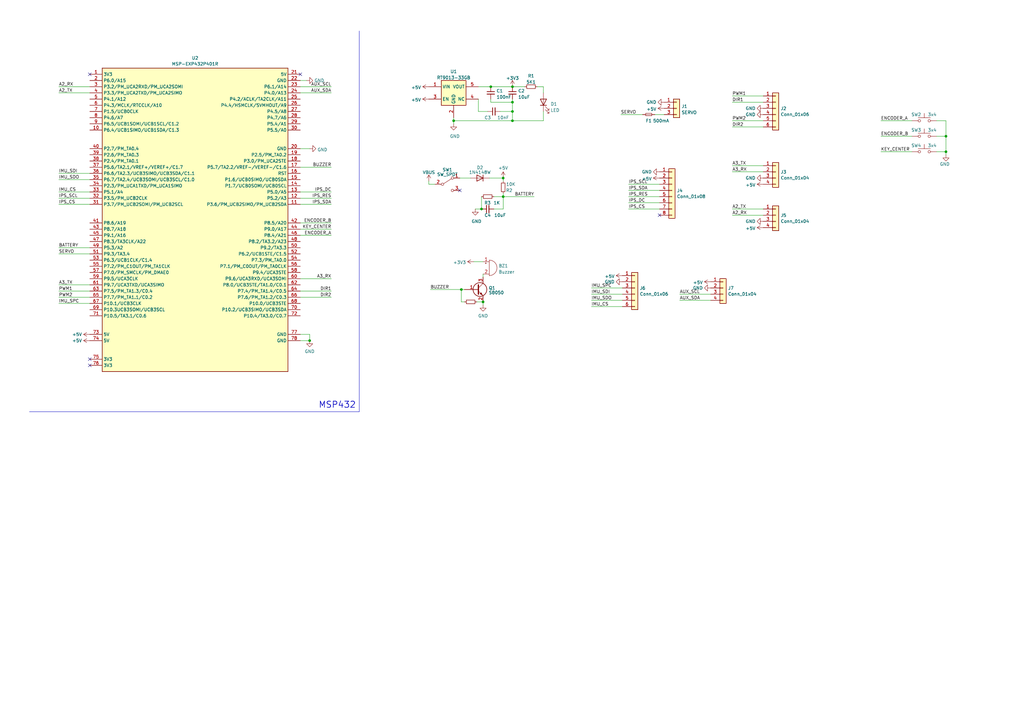
<source format=kicad_sch>
(kicad_sch (version 20230121) (generator eeschema)
  (paper "A3")
  (lib_symbols
    (symbol "Connector_Generic:Conn_01x03" (pin_names (offset 1.016) hide)
      (property "Reference" "J" (at 0 5.08 0))
      (property "Value" "Conn_01x03" (at 0 -5.08 0))
      (symbol "Conn_01x03_1_1"
        (rectangle (start -1.27 -2.413) (end 0 -2.667) (stroke (width 0.1524)))
        (rectangle (start -1.27 0.127) (end 0 -0.127) (stroke (width 0.1524)))
        (rectangle (start -1.27 2.667) (end 0 2.413) (stroke (width 0.1524)))
        (rectangle (start -1.27 3.81) (end 1.27 -3.81) (stroke (width 0.254)) (fill (type background)))
        (pin passive line (at -5.08 2.54 0) (length 3.81) (name "Pin_1") (number "1"))
        (pin passive line (at -5.08 0 0) (length 3.81) (name "Pin_2") (number "2"))
        (pin passive line (at -5.08 -2.54 0) (length 3.81) (name "Pin_3") (number "3"))
      )
    )
    (symbol "Connector_Generic:Conn_01x04" (pin_names (offset 1.016) hide)
      (property "Reference" "J" (at 0 5.08 0))
      (property "Value" "Conn_01x04" (at 0 -7.62 0))
      (symbol "Conn_01x04_1_1"
        (rectangle (start -1.27 -4.953) (end 0 -5.207) (stroke (width 0.1524)))
        (rectangle (start -1.27 -2.413) (end 0 -2.667) (stroke (width 0.1524)))
        (rectangle (start -1.27 0.127) (end 0 -0.127) (stroke (width 0.1524)))
        (rectangle (start -1.27 2.667) (end 0 2.413) (stroke (width 0.1524)))
        (rectangle (start -1.27 3.81) (end 1.27 -6.35) (stroke (width 0.254)) (fill (type background)))
        (pin passive line (at -5.08 2.54 0) (length 3.81) (name "Pin_1") (number "1"))
        (pin passive line (at -5.08 0 0) (length 3.81) (name "Pin_2") (number "2"))
        (pin passive line (at -5.08 -2.54 0) (length 3.81) (name "Pin_3") (number "3"))
        (pin passive line (at -5.08 -5.08 0) (length 3.81) (name "Pin_4") (number "4"))
      )
    )
    (symbol "Connector_Generic:Conn_01x06" (pin_names (offset 1.016) hide)
      (property "Reference" "J" (at 0 7.62 0))
      (property "Value" "Conn_01x06" (at 0 -10.16 0))
      (symbol "Conn_01x06_1_1"
        (rectangle (start -1.27 -7.493) (end 0 -7.747) (stroke (width 0.1524)))
        (rectangle (start -1.27 -4.953) (end 0 -5.207) (stroke (width 0.1524)))
        (rectangle (start -1.27 -2.413) (end 0 -2.667) (stroke (width 0.1524)))
        (rectangle (start -1.27 0.127) (end 0 -0.127) (stroke (width 0.1524)))
        (rectangle (start -1.27 2.667) (end 0 2.413) (stroke (width 0.1524)))
        (rectangle (start -1.27 5.207) (end 0 4.953) (stroke (width 0.1524)))
        (rectangle (start -1.27 6.35) (end 1.27 -8.89) (stroke (width 0.254)) (fill (type background)))
        (pin passive line (at -5.08 5.08 0) (length 3.81) (name "Pin_1") (number "1"))
        (pin passive line (at -5.08 2.54 0) (length 3.81) (name "Pin_2") (number "2"))
        (pin passive line (at -5.08 0 0) (length 3.81) (name "Pin_3") (number "3"))
        (pin passive line (at -5.08 -2.54 0) (length 3.81) (name "Pin_4") (number "4"))
        (pin passive line (at -5.08 -5.08 0) (length 3.81) (name "Pin_5") (number "5"))
        (pin passive line (at -5.08 -7.62 0) (length 3.81) (name "Pin_6") (number "6"))
      )
    )
    (symbol "Connector_Generic:Conn_01x08" (pin_names (offset 1.016) hide)
      (property "Reference" "J" (at 0 10.16 0))
      (property "Value" "Conn_01x08" (at 0 -12.7 0))
      (symbol "Conn_01x08_1_1"
        (rectangle (start -1.27 -10.033) (end 0 -10.287) (stroke (width 0.1524)))
        (rectangle (start -1.27 -7.493) (end 0 -7.747) (stroke (width 0.1524)))
        (rectangle (start -1.27 -4.953) (end 0 -5.207) (stroke (width 0.1524)))
        (rectangle (start -1.27 -2.413) (end 0 -2.667) (stroke (width 0.1524)))
        (rectangle (start -1.27 0.127) (end 0 -0.127) (stroke (width 0.1524)))
        (rectangle (start -1.27 2.667) (end 0 2.413) (stroke (width 0.1524)))
        (rectangle (start -1.27 5.207) (end 0 4.953) (stroke (width 0.1524)))
        (rectangle (start -1.27 7.747) (end 0 7.493) (stroke (width 0.1524)))
        (rectangle (start -1.27 8.89) (end 1.27 -11.43) (stroke (width 0.254)) (fill (type background)))
        (pin passive line (at -5.08 7.62 0) (length 3.81) (name "Pin_1") (number "1"))
        (pin passive line (at -5.08 5.08 0) (length 3.81) (name "Pin_2") (number "2"))
        (pin passive line (at -5.08 2.54 0) (length 3.81) (name "Pin_3") (number "3"))
        (pin passive line (at -5.08 0 0) (length 3.81) (name "Pin_4") (number "4"))
        (pin passive line (at -5.08 -2.54 0) (length 3.81) (name "Pin_5") (number "5"))
        (pin passive line (at -5.08 -5.08 0) (length 3.81) (name "Pin_6") (number "6"))
        (pin passive line (at -5.08 -7.62 0) (length 3.81) (name "Pin_7") (number "7"))
        (pin passive line (at -5.08 -10.16 0) (length 3.81) (name "Pin_8") (number "8"))
      )
    )
    (symbol "Device:Buzzer" (pin_names (offset 0.0254) hide)
      (property "Reference" "BZ" (at 3.81 1.27 0))
      (property "Value" "Buzzer" (at 3.81 -1.27 0))
      (symbol "Buzzer_0_1"
        (arc (start 0 -3.175) (mid 3.1612 0) (end 0 3.175))
        (polyline (pts (xy -1.651 1.905) (xy -1.143 1.905)))
        (polyline (pts (xy -1.397 2.159) (xy -1.397 1.651)))
        (polyline (pts (xy 0 3.175) (xy 0 -3.175)))
      )
      (symbol "Buzzer_1_1"
        (pin passive line (at -2.54 2.54 0) (length 2.54) (name "-") (number "1"))
        (pin passive line (at -2.54 -2.54 0) (length 2.54) (name "+") (number "2"))
      )
    )
    (symbol "Device:C_Small" (pin_numbers hide) (pin_names (offset 0.254) hide)
      (property "Reference" "C" (at 0.254 1.778 0))
      (property "Value" "C_Small" (at 0.254 -2.032 0))
      (symbol "C_Small_0_1"
        (polyline (pts (xy -1.524 -0.508) (xy 1.524 -0.508)) (stroke (width 0.3302)))
        (polyline (pts (xy -1.524 0.508) (xy 1.524 0.508)) (stroke (width 0.3048)))
      )
      (symbol "C_Small_1_1"
        (pin passive line (at 0 2.54 270) (length 2.032) (name "~") (number "1"))
        (pin passive line (at 0 -2.54 90) (length 2.032) (name "~") (number "2"))
      )
    )
    (symbol "Device:Fuse_Small" (pin_numbers hide) (pin_names (offset 0.254) hide)
      (property "Reference" "F" (at 0 -1.524 0))
      (property "Value" "Fuse_Small" (at 0 1.524 0))
      (symbol "Fuse_Small_0_1"
        (rectangle (start -1.27 0.508) (end 1.27 -0.508))
        (polyline (pts (xy -1.27 0) (xy 1.27 0)))
      )
      (symbol "Fuse_Small_1_1"
        (pin passive line (at -2.54 0 0) (length 1.27) (name "~") (number "1"))
        (pin passive line (at 2.54 0 180) (length 1.27) (name "~") (number "2"))
      )
    )
    (symbol "Device:LED" (pin_numbers hide) (pin_names (offset 1.016) hide)
      (property "Reference" "D" (at 0 2.54 0))
      (property "Value" "LED" (at 0 -2.54 0))
      (symbol "LED_0_1"
        (polyline (pts (xy -1.27 -1.27) (xy -1.27 1.27)) (stroke (width 0.254)))
        (polyline (pts (xy -1.27 0) (xy 1.27 0)))
        (polyline (pts (xy 1.27 -1.27) (xy 1.27 1.27) (xy -1.27 0) (xy 1.27 -1.27)) (stroke (width 0.254)))
        (polyline (pts (xy -3.048 -0.762) (xy -4.572 -2.286) (xy -3.81 -2.286) (xy -4.572 -2.286) (xy -4.572 -1.524)))
        (polyline (pts (xy -1.778 -0.762) (xy -3.302 -2.286) (xy -2.54 -2.286) (xy -3.302 -2.286) (xy -3.302 -1.524)))
      )
      (symbol "LED_1_1"
        (pin passive line (at -3.81 0 0) (length 2.54) (name "K") (number "1"))
        (pin passive line (at 3.81 0 180) (length 2.54) (name "A") (number "2"))
      )
    )
    (symbol "Device:R_Small" (pin_numbers hide) (pin_names (offset 0.254) hide)
      (property "Reference" "R" (at 0.762 0.508 0))
      (property "Value" "R_Small" (at 0.762 -1.016 0))
      (symbol "R_Small_0_1"
        (rectangle (start -0.762 1.778) (end 0.762 -1.778) (stroke (width 0.2032)))
      )
      (symbol "R_Small_1_1"
        (pin passive line (at 0 2.54 270) (length 0.762) (name "~") (number "1"))
        (pin passive line (at 0 -2.54 90) (length 0.762) (name "~") (number "2"))
      )
    )
    (symbol "Diode:1N4148W" (pin_numbers hide) (pin_names hide)
      (property "Reference" "D" (at 0 2.54 0))
      (property "Value" "1N4148W" (at 0 -2.54 0))
      (symbol "1N4148W_0_1"
        (polyline (pts (xy -1.27 1.27) (xy -1.27 -1.27)) (stroke (width 0.254)))
        (polyline (pts (xy 1.27 0) (xy -1.27 0)))
        (polyline (pts (xy 1.27 1.27) (xy 1.27 -1.27) (xy -1.27 0) (xy 1.27 1.27)) (stroke (width 0.254)))
      )
      (symbol "1N4148W_1_1"
        (pin passive line (at -3.81 0 0) (length 2.54) (name "K") (number "1"))
        (pin passive line (at 3.81 0 180) (length 2.54) (name "A") (number "2"))
      )
    )
    (symbol "ErBW_s:MSP-EXP432P401R"
      (property "Reference" "U" (at 0 0 0))
      (property "Value" "MSP-EXP432P401R" (at 0 0 0))
      (symbol "MSP-EXP432P401R_1_0"
        (rectangle (start -41.91 80.01) (end 34.29 -44.45) (stroke (width 0.254)) (fill (type background)))
        (pin power_in line (at -46.99 77.47 0) (length 5.08) (name "3V3") (number "1"))
        (pin bidirectional line (at -46.99 54.61 0) (length 5.08) (name "P6.4/UCB1SIMO/UCB1SDA/C1.3") (number "10"))
        (pin bidirectional line (at 39.37 24.13 180) (length 5.08) (name "P3.6/PM_UCB2SIMO/PM_UCB2SDA") (number "11"))
        (pin bidirectional line (at 39.37 26.67 180) (length 5.08) (name "P5.2/A3") (number "12"))
        (pin bidirectional line (at 39.37 29.21 180) (length 5.08) (name "P5.0/A5") (number "13"))
        (pin bidirectional line (at 39.37 31.75 180) (length 5.08) (name "P1.7/UCB0SOMI/UCB0SCL") (number "14"))
        (pin bidirectional line (at 39.37 34.29 180) (length 5.08) (name "P1.6/UCB0SIMO/UCB0SDA") (number "15"))
        (pin bidirectional line (at 39.37 36.83 180) (length 5.08) (name "RST") (number "16"))
        (pin bidirectional line (at 39.37 39.37 180) (length 5.08) (name "P5.7/TA2.2/VREF-/VEREF-/C1.6") (number "17"))
        (pin bidirectional line (at 39.37 41.91 180) (length 5.08) (name "P3.0/PM_UCA2STE") (number "18"))
        (pin bidirectional line (at 39.37 44.45 180) (length 5.08) (name "P2.5/PM_TA0.2") (number "19"))
        (pin bidirectional line (at -46.99 74.93 0) (length 5.08) (name "P6.0/A15") (number "2"))
        (pin power_in line (at 39.37 46.99 180) (length 5.08) (name "GND") (number "20"))
        (pin power_in line (at 39.37 77.47 180) (length 5.08) (name "5V") (number "21"))
        (pin power_in line (at 39.37 74.93 180) (length 5.08) (name "GND") (number "22"))
        (pin bidirectional line (at 39.37 72.39 180) (length 5.08) (name "P6.1/A14") (number "23"))
        (pin bidirectional line (at 39.37 69.85 180) (length 5.08) (name "P4.0/A13") (number "24"))
        (pin bidirectional line (at 39.37 67.31 180) (length 5.08) (name "P4.2/ACLK/TA2CLK/A11") (number "25"))
        (pin bidirectional line (at 39.37 64.77 180) (length 5.08) (name "P4.4/HSMCLK/SVMHOUT/A9") (number "26"))
        (pin bidirectional line (at 39.37 62.23 180) (length 5.08) (name "P4.5/A8") (number "27"))
        (pin bidirectional line (at 39.37 59.69 180) (length 5.08) (name "P4.7/A6") (number "28"))
        (pin bidirectional line (at 39.37 57.15 180) (length 5.08) (name "P5.4/A1") (number "29"))
        (pin bidirectional line (at -46.99 72.39 0) (length 5.08) (name "P3.2/PM_UCA2RXD/PM_UCA2SOMI") (number "3"))
        (pin bidirectional line (at 39.37 54.61 180) (length 5.08) (name "P5.5/A0") (number "30"))
        (pin bidirectional line (at -46.99 24.13 0) (length 5.08) (name "P3.7/PM_UCB2SOMI/PM_UCB2SCL") (number "31"))
        (pin bidirectional line (at -46.99 26.67 0) (length 5.08) (name "P3.5/PM_UCB2CLK") (number "32"))
        (pin bidirectional line (at -46.99 29.21 0) (length 5.08) (name "P5.1/A4") (number "33"))
        (pin bidirectional line (at -46.99 31.75 0) (length 5.08) (name "P2.3/PM_UCA1TXD/PM_UCA1SIMO") (number "34"))
        (pin bidirectional line (at -46.99 34.29 0) (length 5.08) (name "P6.7/TA2.4/UCB3SOMI/UCB3SCL/C1.0") (number "35"))
        (pin bidirectional line (at -46.99 36.83 0) (length 5.08) (name "P6.6/TA2.3/UCB3SIMO/UCB3SDA/C1.1") (number "36"))
        (pin bidirectional line (at -46.99 39.37 0) (length 5.08) (name "P5.6/TA2.1/VREF+/VEREF+/C1.7") (number "37"))
        (pin bidirectional line (at -46.99 41.91 0) (length 5.08) (name "P2.4/PM_TA0.1") (number "38"))
        (pin bidirectional line (at -46.99 44.45 0) (length 5.08) (name "P2.6/PM_TA0.3") (number "39"))
        (pin bidirectional line (at -46.99 69.85 0) (length 5.08) (name "P3.3/PM_UCA2TXD/PM_UCA2SIMO") (number "4"))
        (pin bidirectional line (at -46.99 46.99 0) (length 5.08) (name "P2.7/PM_TA0.4") (number "40"))
        (pin bidirectional line (at -46.99 16.51 0) (length 5.08) (name "P8.6/A19") (number "41"))
        (pin bidirectional line (at 39.37 16.51 180) (length 5.08) (name "P8.5/A20") (number "42"))
        (pin bidirectional line (at -46.99 13.97 0) (length 5.08) (name "P8.7/A18") (number "43"))
        (pin bidirectional line (at 39.37 13.97 180) (length 5.08) (name "P9.0/A17") (number "44"))
        (pin bidirectional line (at -46.99 11.43 0) (length 5.08) (name "P9.1/A16") (number "45"))
        (pin bidirectional line (at 39.37 11.43 180) (length 5.08) (name "P8.4/A21") (number "46"))
        (pin bidirectional line (at -46.99 8.89 0) (length 5.08) (name "P8.3/TA3CLK/A22") (number "47"))
        (pin bidirectional line (at 39.37 8.89 180) (length 5.08) (name "P8.2/TA3.2/A23") (number "48"))
        (pin bidirectional line (at -46.99 6.35 0) (length 5.08) (name "P5.3/A2") (number "49"))
        (pin bidirectional line (at -46.99 67.31 0) (length 5.08) (name "P4.1/A12") (number "5"))
        (pin bidirectional line (at 39.37 6.35 180) (length 5.08) (name "P9.2/TA3.3") (number "50"))
        (pin bidirectional line (at -46.99 3.81 0) (length 5.08) (name "P9.3/TA3.4") (number "51"))
        (pin bidirectional line (at 39.37 3.81 180) (length 5.08) (name "P6.2/UCB1STE/C1.5") (number "52"))
        (pin bidirectional line (at -46.99 1.27 0) (length 5.08) (name "P6.3/UCB1CLK/C1.4") (number "53"))
        (pin bidirectional line (at 39.37 1.27 180) (length 5.08) (name "P7.3/PM_TA0.0") (number "54"))
        (pin bidirectional line (at -46.99 -1.27 0) (length 5.08) (name "P7.2/PM_C1OUT/PM_TA1CLK") (number "55"))
        (pin bidirectional line (at 39.37 -1.27 180) (length 5.08) (name "P7.1/PM_C0OUT/PM_TA0CLK") (number "56"))
        (pin bidirectional line (at -46.99 -3.81 0) (length 5.08) (name "P7.0/PM_SMCLK/PM_DMAE0") (number "57"))
        (pin bidirectional line (at 39.37 -3.81 180) (length 5.08) (name "P9.4/UCA3STE") (number "58"))
        (pin bidirectional line (at -46.99 -6.35 0) (length 5.08) (name "P9.5/UCA3CLK") (number "59"))
        (pin bidirectional line (at -46.99 64.77 0) (length 5.08) (name "P4.3/MCLK/RTCCLK/A10") (number "6"))
        (pin bidirectional line (at 39.37 -6.35 180) (length 5.08) (name "P9.6/UCA3RXD/UCA3SOMI") (number "60"))
        (pin bidirectional line (at -46.99 -8.89 0) (length 5.08) (name "P9.7/UCA3TXD/UCA3SIMO") (number "61"))
        (pin bidirectional line (at 39.37 -8.89 180) (length 5.08) (name "P8.0/UCB3STE/TA1.0/C0.1") (number "62"))
        (pin bidirectional line (at -46.99 -11.43 0) (length 5.08) (name "P7.5/PM_TA1.3/C0.4") (number "63"))
        (pin bidirectional line (at 39.37 -11.43 180) (length 5.08) (name "P7.4/PM_TA1.4/C0.5") (number "64"))
        (pin bidirectional line (at -46.99 -13.97 0) (length 5.08) (name "P7.7/PM_TA1.1/C0.2") (number "65"))
        (pin bidirectional line (at 39.37 -13.97 180) (length 5.08) (name "P7.6/PM_TA1.2/C0.3") (number "66"))
        (pin bidirectional line (at -46.99 -16.51 0) (length 5.08) (name "P10.1/UCB3CLK") (number "67"))
        (pin bidirectional line (at 39.37 -16.51 180) (length 5.08) (name "P10.0/UCB3STE") (number "68"))
        (pin bidirectional line (at -46.99 -19.05 0) (length 5.08) (name "P10.3UCB3SOMI/UCB3SCL") (number "69"))
        (pin bidirectional line (at -46.99 62.23 0) (length 5.08) (name "P1.5/UCB0CLK") (number "7"))
        (pin bidirectional line (at 39.37 -19.05 180) (length 5.08) (name "P10.2/UCB3SIMO/UCB3SDA") (number "70"))
        (pin bidirectional line (at -46.99 -21.59 0) (length 5.08) (name "P10.5/TA3.1/C0.6") (number "71"))
        (pin bidirectional line (at 39.37 -21.59 180) (length 5.08) (name "P10.4/TA3.0/C0.7") (number "72"))
        (pin power_in line (at -46.99 -29.21 0) (length 5.08) (name "5V") (number "73"))
        (pin power_in line (at -46.99 -31.75 0) (length 5.08) (name "5V") (number "74"))
        (pin power_in line (at -46.99 -39.37 0) (length 5.08) (name "3V3") (number "75"))
        (pin power_in line (at -46.99 -41.91 0) (length 5.08) (name "3V3") (number "76"))
        (pin power_in line (at 39.37 -29.21 180) (length 5.08) (name "GND") (number "77"))
        (pin power_in line (at 39.37 -31.75 180) (length 5.08) (name "GND") (number "78"))
        (pin bidirectional line (at -46.99 59.69 0) (length 5.08) (name "P4.6/A7") (number "8"))
        (pin bidirectional line (at -46.99 57.15 0) (length 5.08) (name "P6.5/UCB1SOMI/UCB1SCL/C1.2") (number "9"))
      )
    )
    (symbol "ErBW_s:RT9013-33GB"
      (property "Reference" "U" (at 0 6.35 0))
      (property "Value" "RT9013-33GB" (at 7.62 -6.35 0))
      (symbol "RT9013-33GB_0_0"
        (pin power_in line (at -10.16 2.54 0) (length 5.08) (name "VIN") (number "1"))
        (pin power_in line (at 0 -10.16 90) (length 5.08) (name "GND") (number "2"))
        (pin bidirectional line (at -10.16 -2.54 0) (length 5.08) (name "EN") (number "3"))
        (pin bidirectional line (at 10.16 -2.54 180) (length 5.08) (name "NC") (number "4"))
        (pin power_in line (at 10.16 2.54 180) (length 5.08) (name "VOUT") (number "5"))
      )
      (symbol "RT9013-33GB_0_1"
        (rectangle (start -5.08 5.08) (end 5.08 -5.08) (stroke (width 0.254)) (fill (type background)))
      )
    )
    (symbol "Switch:SW_Push" (pin_numbers hide) (pin_names (offset 1.016) hide)
      (property "Reference" "SW" (at 1.27 2.54 0))
      (property "Value" "SW_Push" (at 0 -1.524 0))
      (symbol "SW_Push_0_1"
        (circle (center -2.032 0) (radius 0.508))
        (polyline (pts (xy 0 1.27) (xy 0 3.048)))
        (polyline (pts (xy 2.54 1.27) (xy -2.54 1.27)))
        (circle (center 2.032 0) (radius 0.508))
        (pin passive line (at -5.08 0 0) (length 2.54) (name "1") (number "1"))
        (pin passive line (at 5.08 0 180) (length 2.54) (name "2") (number "2"))
      )
    )
    (symbol "Switch:SW_SPDT" (pin_names (offset 0) hide)
      (property "Reference" "SW" (at 0 4.318 0))
      (property "Value" "SW_SPDT" (at 0 -5.08 0))
      (symbol "SW_SPDT_0_0"
        (circle (center -2.032 0) (radius 0.508))
        (circle (center 2.032 -2.54) (radius 0.508))
      )
      (symbol "SW_SPDT_0_1"
        (polyline (pts (xy -1.524 0.254) (xy 1.651 2.286)))
        (circle (center 2.032 2.54) (radius 0.508))
      )
      (symbol "SW_SPDT_1_1"
        (pin passive line (at 5.08 2.54 180) (length 2.54) (name "A") (number "1"))
        (pin passive line (at -5.08 0 0) (length 2.54) (name "B") (number "2"))
        (pin passive line (at 5.08 -2.54 180) (length 2.54) (name "C") (number "3"))
      )
    )
    (symbol "Transistor_BJT:2N3055" (pin_names (offset 0) hide)
      (property "Reference" "Q" (at 5.08 1.905 0))
      (property "Value" "2N3055" (at 5.08 0 0))
      (symbol "2N3055_0_1"
        (polyline (pts (xy 0.635 0.635) (xy 2.54 2.54)))
        (polyline (pts (xy 0.635 -0.635) (xy 2.54 -2.54) (xy 2.54 -2.54)))
        (polyline (pts (xy 0.635 1.905) (xy 0.635 -1.905) (xy 0.635 -1.905)) (stroke (width 0.508)))
        (polyline (pts (xy 1.27 -1.778) (xy 1.778 -1.27) (xy 2.286 -2.286) (xy 1.27 -1.778) (xy 1.27 -1.778)) (fill (type outline)))
        (circle (center 1.27 0) (radius 2.8194) (stroke (width 0.254)))
      )
      (symbol "2N3055_1_1"
        (pin input line (at -5.08 0 0) (length 5.715) (name "B") (number "1"))
        (pin passive line (at 2.54 -5.08 90) (length 2.54) (name "E") (number "2"))
        (pin passive line (at 2.54 5.08 270) (length 2.54) (name "C") (number "3"))
      )
    )
    (symbol "power:+3V3" (power) (pin_names (offset 0))
      (property "Value" "+3V3" (at 0 3.556 0))
      (symbol "+3V3_0_1"
        (polyline (pts (xy -0.762 1.27) (xy 0 2.54)))
        (polyline (pts (xy 0 0) (xy 0 2.54)))
        (polyline (pts (xy 0 2.54) (xy 0.762 1.27)))
      )
      (symbol "+3V3_1_1"
        (pin power_in line (at 0 0 90) (length 0) hide (name "+3V3") (number "1"))
      )
    )
    (symbol "power:+5V" (power) (pin_names (offset 0))
      (property "Value" "+5V" (at 0 3.556 0))
      (symbol "+5V_0_1"
        (polyline (pts (xy -0.762 1.27) (xy 0 2.54)))
        (polyline (pts (xy 0 0) (xy 0 2.54)))
        (polyline (pts (xy 0 2.54) (xy 0.762 1.27)))
      )
      (symbol "+5V_1_1"
        (pin power_in line (at 0 0 90) (length 0) hide (name "+5V") (number "1"))
      )
    )
    (symbol "power:GND" (power) (pin_names (offset 0))
      (property "Value" "GND" (at 0 -3.81 0))
      (symbol "GND_0_1"
        (polyline (pts (xy 0 0) (xy 0 -1.27) (xy 1.27 -1.27) (xy 0 -2.54) (xy -1.27 -1.27) (xy 0 -1.27)))
      )
      (symbol "GND_1_1"
        (pin power_in line (at 0 0 270) (length 0) hide (name "GND") (number "1"))
      )
    )
    (symbol "power:VBUS" (power) (pin_names (offset 0))
      (property "Value" "VBUS" (at 0 3.81 0))
      (symbol "VBUS_0_1"
        (polyline (pts (xy -0.762 1.27) (xy 0 2.54)))
        (polyline (pts (xy 0 0) (xy 0 2.54)))
        (polyline (pts (xy 0 2.54) (xy 0.762 1.27)))
      )
      (symbol "VBUS_1_1"
        (pin power_in line (at 0 0 90) (length 0) hide (name "VBUS") (number "1"))
      )
    )
  )
  (junction (at 206.375 80.645))
  (junction (at 210.185 49.53))
  (junction (at 387.985 62.23))
  (junction (at 197.485 85.725))
  (junction (at 210.185 35.56))
  (junction (at 210.185 45.72))
  (junction (at 186.055 49.53))
  (junction (at 189.23 118.745))
  (junction (at 198.12 123.825))
  (junction (at 210.185 41.91))
  (junction (at 201.295 35.56))
  (junction (at 127 139.7))
  (junction (at 206.375 73.025))
  (junction (at 387.985 55.88))
  (no_connect (at 188.595 78.105))
  (no_connect (at 123.19 30.48))
  (no_connect (at 270.51 88.265))
  (no_connect (at 36.83 147.32))
  (no_connect (at 36.83 149.86))
  (no_connect (at 36.83 30.48))
  (wire (pts (xy 196.215 45.72) (xy 200.025 45.72)))
  (wire (pts (xy 197.485 80.645) (xy 197.485 85.725)))
  (wire (pts (xy 24.13 83.82) (xy 36.83 83.82)))
  (wire (pts (xy 135.89 93.98) (xy 123.19 93.98)))
  (wire (pts (xy 257.81 85.725) (xy 270.51 85.725)))
  (wire (pts (xy 201.295 35.56) (xy 210.185 35.56)))
  (wire (pts (xy 198.12 123.825) (xy 198.12 125.095)))
  (wire (pts (xy 201.295 41.91) (xy 210.185 41.91)))
  (wire (pts (xy 206.375 80.645) (xy 202.565 80.645)))
  (polyline (pts (xy 147.32 12.7) (xy 147.32 168.91)))
  (wire (pts (xy 387.985 62.23) (xy 387.985 55.88)))
  (wire (pts (xy 257.81 78.105) (xy 270.51 78.105)))
  (wire (pts (xy 189.23 118.745) (xy 190.5 118.745)))
  (wire (pts (xy 186.055 50.8) (xy 186.055 49.53)))
  (wire (pts (xy 387.985 63.5) (xy 387.985 62.23)))
  (wire (pts (xy 135.89 35.56) (xy 123.19 35.56)))
  (wire (pts (xy 24.13 81.28) (xy 36.83 81.28)))
  (wire (pts (xy 176.53 118.745) (xy 189.23 118.745)))
  (polyline (pts (xy 12.065 168.91) (xy 147.32 168.91)))
  (wire (pts (xy 200.66 73.025) (xy 206.375 73.025)))
  (wire (pts (xy 123.19 60.96) (xy 127 60.96)))
  (wire (pts (xy 254.635 46.99) (xy 263.525 46.99)))
  (wire (pts (xy 242.57 118.11) (xy 255.27 118.11)))
  (wire (pts (xy 189.23 123.825) (xy 189.23 118.745)))
  (wire (pts (xy 210.185 40.64) (xy 210.185 41.91)))
  (wire (pts (xy 257.81 83.185) (xy 270.51 83.185)))
  (wire (pts (xy 201.295 40.64) (xy 201.295 41.91)))
  (wire (pts (xy 206.375 80.645) (xy 219.075 80.645)))
  (wire (pts (xy 222.885 45.72) (xy 222.885 49.53)))
  (wire (pts (xy 123.19 96.52) (xy 135.89 96.52)))
  (wire (pts (xy 384.175 55.88) (xy 387.985 55.88)))
  (wire (pts (xy 387.985 55.88) (xy 387.985 49.53)))
  (wire (pts (xy 194.945 85.725) (xy 197.485 85.725)))
  (wire (pts (xy 242.57 120.65) (xy 255.27 120.65)))
  (wire (pts (xy 24.13 71.12) (xy 36.83 71.12)))
  (wire (pts (xy 135.89 83.82) (xy 123.19 83.82)))
  (wire (pts (xy 127 139.7) (xy 127 137.16)))
  (wire (pts (xy 198.12 112.395) (xy 198.12 113.665)))
  (wire (pts (xy 190.5 123.825) (xy 189.23 123.825)))
  (wire (pts (xy 123.19 91.44) (xy 135.89 91.44)))
  (wire (pts (xy 36.83 101.6) (xy 24.13 101.6)))
  (wire (pts (xy 220.345 35.56) (xy 222.885 35.56)))
  (wire (pts (xy 257.81 75.565) (xy 270.51 75.565)))
  (wire (pts (xy 210.185 35.56) (xy 215.265 35.56)))
  (wire (pts (xy 278.765 120.65) (xy 291.465 120.65)))
  (wire (pts (xy 206.375 79.375) (xy 206.375 80.645)))
  (wire (pts (xy 123.19 139.7) (xy 127 139.7)))
  (wire (pts (xy 205.105 45.72) (xy 210.185 45.72)))
  (wire (pts (xy 135.89 81.28) (xy 123.19 81.28)))
  (wire (pts (xy 242.57 125.73) (xy 255.27 125.73)))
  (wire (pts (xy 24.13 78.74) (xy 36.83 78.74)))
  (wire (pts (xy 24.13 121.92) (xy 36.83 121.92)))
  (wire (pts (xy 374.015 55.88) (xy 361.315 55.88)))
  (wire (pts (xy 135.89 38.1) (xy 123.19 38.1)))
  (wire (pts (xy 24.13 73.66) (xy 36.83 73.66)))
  (wire (pts (xy 194.31 107.315) (xy 198.12 107.315)))
  (wire (pts (xy 387.985 49.53) (xy 384.175 49.53)))
  (wire (pts (xy 175.895 74.295) (xy 175.895 75.565)))
  (wire (pts (xy 300.355 41.91) (xy 313.055 41.91)))
  (wire (pts (xy 202.565 85.725) (xy 206.375 85.725)))
  (wire (pts (xy 222.885 49.53) (xy 210.185 49.53)))
  (wire (pts (xy 24.13 38.1) (xy 36.83 38.1)))
  (wire (pts (xy 257.81 80.645) (xy 270.51 80.645)))
  (wire (pts (xy 300.355 88.265) (xy 313.055 88.265)))
  (wire (pts (xy 210.185 41.91) (xy 210.185 45.72)))
  (wire (pts (xy 268.605 46.99) (xy 272.415 46.99)))
  (wire (pts (xy 300.355 67.945) (xy 313.055 67.945)))
  (wire (pts (xy 206.375 73.025) (xy 206.375 74.295)))
  (wire (pts (xy 24.13 104.14) (xy 36.83 104.14)))
  (wire (pts (xy 24.13 119.38) (xy 36.83 119.38)))
  (wire (pts (xy 135.89 78.74) (xy 123.19 78.74)))
  (wire (pts (xy 242.57 123.19) (xy 255.27 123.19)))
  (wire (pts (xy 384.175 62.23) (xy 387.985 62.23)))
  (wire (pts (xy 300.355 70.485) (xy 313.055 70.485)))
  (wire (pts (xy 300.355 49.53) (xy 313.055 49.53)))
  (wire (pts (xy 127 137.16) (xy 123.19 137.16)))
  (wire (pts (xy 206.375 85.725) (xy 206.375 80.645)))
  (wire (pts (xy 135.89 119.38) (xy 123.19 119.38)))
  (wire (pts (xy 135.89 68.58) (xy 123.19 68.58)))
  (wire (pts (xy 24.13 124.46) (xy 36.83 124.46)))
  (wire (pts (xy 195.58 123.825) (xy 198.12 123.825)))
  (wire (pts (xy 300.355 52.07) (xy 313.055 52.07)))
  (wire (pts (xy 210.185 49.53) (xy 186.055 49.53)))
  (wire (pts (xy 300.355 39.37) (xy 313.055 39.37)))
  (wire (pts (xy 374.015 49.53) (xy 361.315 49.53)))
  (wire (pts (xy 24.13 35.56) (xy 36.83 35.56)))
  (wire (pts (xy 188.595 73.025) (xy 193.04 73.025)))
  (wire (pts (xy 186.055 49.53) (xy 186.055 48.26)))
  (wire (pts (xy 175.895 75.565) (xy 178.435 75.565)))
  (wire (pts (xy 135.89 114.3) (xy 123.19 114.3)))
  (wire (pts (xy 278.765 123.19) (xy 291.465 123.19)))
  (wire (pts (xy 123.19 33.02) (xy 125.73 33.02)))
  (wire (pts (xy 361.315 62.23) (xy 374.015 62.23)))
  (wire (pts (xy 196.215 40.64) (xy 196.215 45.72)))
  (wire (pts (xy 210.185 45.72) (xy 210.185 49.53)))
  (wire (pts (xy 24.13 116.84) (xy 36.83 116.84)))
  (wire (pts (xy 196.215 35.56) (xy 201.295 35.56)))
  (wire (pts (xy 135.89 121.92) (xy 123.19 121.92)))
  (wire (pts (xy 222.885 35.56) (xy 222.885 38.1)))
  (wire (pts (xy 300.355 85.725) (xy 313.055 85.725)))
  (text "MSP432" (at 146.05 167.64 0) (effects (font (size 2.54 2.54) (thickness 0.254) bold) (justify right bottom)))
  (label "ENCODER_A" (at 135.89 96.52 180))
  (label "A3_RX" (at 300.355 70.485 0))
  (label "A3_RX" (at 135.89 114.3 180))
  (label "A2_RX" (at 24.13 35.56 0))
  (label "IMU_SPC" (at 24.13 124.46 0))
  (label "KEY_CENTER" (at 361.315 62.23 0))
  (label "IMU_SPC" (at 242.57 118.11 0))
  (label "A2_TX" (at 300.355 85.725 0))
  (label "A3_TX" (at 300.355 67.945 0))
  (label "AUX_SDA" (at 278.765 123.19 0))
  (label "KEY_CENTER" (at 135.89 93.98 180))
  (label "IMU_CS" (at 24.13 78.74 0))
  (label "DIR1" (at 135.89 119.38 180))
  (label "AUX_SCL" (at 135.89 35.56 180))
  (label "PWM1" (at 300.355 39.37 0))
  (label "IPS_SCL" (at 257.81 75.565 0))
  (label "DIR2" (at 300.355 52.07 0))
  (label "IPS_DC" (at 257.81 83.185 0))
  (label "IPS_RES" (at 135.89 81.28 180))
  (label "ENCODER_B" (at 361.315 55.88 0))
  (label "IPS_SDA" (at 257.81 78.105 0))
  (label "BUZZER" (at 135.89 68.58 180))
  (label "IPS_SCL" (at 24.13 81.28 0))
  (label "A2_TX" (at 24.13 38.1 0))
  (label "IMU_CS" (at 242.57 125.73 0))
  (label "A3_TX" (at 24.13 116.84 0))
  (label "IMU_SDI" (at 24.13 71.12 0))
  (label "ENCODER_B" (at 135.89 91.44 180))
  (label "PWM2" (at 300.355 49.53 0))
  (label "AUX_SCL" (at 278.765 120.65 0))
  (label "IPS_DC" (at 135.89 78.74 180))
  (label "AUX_SDA" (at 135.89 38.1 180))
  (label "IMU_SDO" (at 24.13 73.66 0))
  (label "IMU_SDO" (at 242.57 123.19 0))
  (label "PWM1" (at 24.13 119.38 0))
  (label "IPS_CS" (at 24.13 83.82 0))
  (label "DIR1" (at 300.355 41.91 0))
  (label "IMU_SDI" (at 242.57 120.65 0))
  (label "ENCODER_A" (at 361.315 49.53 0))
  (label "BUZZER" (at 176.53 118.745 0))
  (label "IPS_CS" (at 257.81 85.725 0))
  (label "BATTERY" (at 24.13 101.6 0))
  (label "DIR2" (at 135.89 121.92 180))
  (label "A2_RX" (at 300.355 88.265 0))
  (label "PWM2" (at 24.13 121.92 0))
  (label "IPS_SDA" (at 135.89 83.82 180))
  (label "BATTERY" (at 219.075 80.645 180))
  (label "IPS_RES" (at 257.81 80.645 0))
  (label "SERVO" (at 254.635 46.99 0))
  (label "SERVO" (at 24.13 104.14 0))
  (symbol (lib_id "power:+5V") (at 206.375 73.025 0) (unit 1)
    (property "Reference" "#PWR013" (effects hide))
    (property "Value" "+5V" (at 206.375 68.8919 0))
  )
  (symbol (lib_id "Device:R_Small") (at 200.025 80.645 270) (unit 1)
    (property "Reference" "R3" (at 201.295 83.185 90) (effects (justify right)))
    (property "Value" "1K" (at 205.105 83.185 90) (effects (justify right)))
    (property "Footprint" "Resistor_SMD:R_0603_1608Metric" (effects hide))
  )
  (symbol (lib_id "Transistor_BJT:2N3055") (at 195.58 118.745 0) (unit 1)
    (property "Reference" "Q1" (at 200.4314 118.1013 0) (effects (justify left)))
    (property "Value" "S8050" (at 200.4314 120.0223 0) (effects (justify left)))
    (property "Footprint" "Package_TO_SOT_SMD:SOT-23" (effects hide))
    (property "Datasheet" "http://www.onsemi.com/pub_link/Collateral/2N3055-D.PDF" (effects hide))
  )
  (symbol (lib_id "Device:C_Small") (at 200.025 85.725 90) (unit 1)
    (property "Reference" "C4" (at 200.025 88.265 90))
    (property "Value" "10uF" (at 205.105 88.265 90))
    (property "Footprint" "Capacitor_SMD:C_0603_1608Metric" (effects hide))
  )
  (symbol (lib_id "Switch:SW_SPDT") (at 183.515 75.565 0) (unit 1)
    (property "Reference" "SW1" (at 183.515 69.6341 0))
    (property "Value" "SW_SPDT" (at 183.515 71.5551 0))
    (property "Footprint" "ErBW_s:SPDT_MTS_102" (effects hide))
  )
  (symbol (lib_id "power:GND") (at 198.12 125.095 0) (unit 1)
    (property "Reference" "#PWR026" (effects hide))
    (property "Value" "GND" (at 198.12 129.5384 0))
  )
  (symbol (lib_id "power:GND") (at 127 139.7 0) (unit 1)
    (property "Reference" "#PWR027" (effects hide))
    (property "Value" "GND" (at 127 144.1434 0))
  )
  (symbol (lib_id "Switch:SW_Push") (at 379.095 49.53 0) (unit 1)
    (property "Reference" "SW2" (at 377.825 46.99 0) (effects (justify right)))
    (property "Value" "3x4" (at 384.175 46.99 0) (effects (justify right)))
    (property "Footprint" "ErBW_s:BUTTON_3x4" (effects hide))
  )
  (symbol (lib_id "Connector_Generic:Conn_01x04") (at 318.135 70.485 0) (unit 1)
    (property "Reference" "J3" (at 320.167 70.5429 0) (effects (justify left)))
    (property "Value" "Conn_01x04" (at 320.167 72.9671 0) (effects (justify left)))
    (property "Footprint" "Connector_PinHeader_2.54mm:PinHeader_1x04_P2.54mm_Vertical" (effects hide))
  )
  (symbol (lib_id "power:+5V") (at 36.83 139.7 90) (unit 1)
    (property "Reference" "#PWR030" (effects hide))
    (property "Value" "+5V" (at 33.6551 139.7 90) (effects (justify left)))
  )
  (symbol (lib_id "Device:LED") (at 222.885 41.91 90) (unit 1)
    (property "Reference" "D1" (at 225.806 42.6628 90) (effects (justify right)))
    (property "Value" "LED" (at 225.806 45.1997 90) (effects (justify right)))
    (property "Footprint" "LED_SMD:LED_0603_1608Metric" (effects hide))
  )
  (symbol (lib_id "ErBW_s:RT9013-33GB") (at 186.055 38.1 0) (unit 1)
    (property "Reference" "U1" (at 186.055 29.3202 0))
    (property "Value" "RT9013-33GB" (at 186.055 31.8571 0))
    (property "Footprint" "Package_TO_SOT_SMD:SOT-23-5" (effects hide))
  )
  (symbol (lib_id "Device:C_Small") (at 202.565 45.72 90) (unit 1)
    (property "Reference" "C3" (at 200.025 48.26 90))
    (property "Value" "10nF" (at 206.375 48.26 90))
    (property "Footprint" "Capacitor_SMD:C_0603_1608Metric" (effects hide))
  )
  (symbol (lib_id "power:GND") (at 291.465 118.11 270) (unit 1)
    (property "Reference" "#PWR025" (effects hide))
    (property "Value" "GND" (at 288.29 118.11 90) (effects (justify right)))
  )
  (symbol (lib_id "power:+5V") (at 313.055 75.565 90) (unit 1)
    (property "Reference" "#PWR017" (effects hide))
    (property "Value" "+5V" (at 309.8801 75.8818 90) (effects (justify left)))
  )
  (symbol (lib_id "power:GND") (at 313.055 46.99 270) (unit 1)
    (property "Reference" "#PWR09" (effects hide))
    (property "Value" "GND" (at 309.88 46.99 90) (effects (justify right)))
  )
  (symbol (lib_id "power:GND") (at 125.73 33.02 90) (unit 1)
    (property "Reference" "#PWR02" (effects hide))
    (property "Value" "GND" (at 128.905 33.02 90) (effects (justify right)))
  )
  (symbol (lib_id "power:GND") (at 194.945 85.725 0) (unit 1)
    (property "Reference" "#PWR018" (effects hide))
    (property "Value" "GND" (at 197.485 90.805 0) (effects (justify right)))
  )
  (symbol (lib_id "Connector_Generic:Conn_01x06") (at 260.35 118.11 0) (unit 1)
    (property "Reference" "J6" (at 262.382 118.1679 0) (effects (justify left)))
    (property "Value" "Conn_01x06" (at 262.382 120.5921 0) (effects (justify left)))
    (property "Footprint" "Connector_PinHeader_2.54mm:PinHeader_1x06_P2.54mm_Vertical" (effects hide))
  )
  (symbol (lib_id "power:GND") (at 313.055 90.805 270) (unit 1)
    (property "Reference" "#PWR019" (effects hide))
    (property "Value" "GND" (at 309.88 90.805 90) (effects (justify right)))
  )
  (symbol (lib_id "power:+3V3") (at 194.31 107.315 90) (unit 1)
    (property "Reference" "#PWR021" (effects hide))
    (property "Value" "+3V3" (at 191.135 107.6318 90) (effects (justify left)))
  )
  (symbol (lib_id "power:+3V3") (at 210.185 35.56 0) (unit 1)
    (property "Reference" "#PWR04" (effects hide))
    (property "Value" "+3V3" (at 210.185 32.0581 0))
  )
  (symbol (lib_id "power:+5V") (at 175.895 40.64 90) (unit 1)
    (property "Reference" "#PWR05" (effects hide))
    (property "Value" "+5V" (at 172.7201 40.9568 90) (effects (justify left)))
  )
  (symbol (lib_id "power:GND") (at 272.415 41.91 270) (unit 1)
    (property "Reference" "#PWR06" (effects hide))
    (property "Value" "GND" (at 269.24 41.91 90) (effects (justify right)))
  )
  (symbol (lib_id "Connector_Generic:Conn_01x06") (at 318.135 44.45 0) (unit 1)
    (property "Reference" "J2" (at 320.167 44.5079 0) (effects (justify left)))
    (property "Value" "Conn_01x06" (at 320.167 46.9321 0) (effects (justify left)))
    (property "Footprint" "Connector_PinHeader_2.54mm:PinHeader_1x06_P2.54mm_Vertical" (effects hide))
  )
  (symbol (lib_id "Switch:SW_Push") (at 379.095 55.88 0) (unit 1)
    (property "Reference" "SW3" (at 377.825 53.34 0) (effects (justify right)))
    (property "Value" "3x4" (at 384.175 53.34 0) (effects (justify right)))
    (property "Footprint" "ErBW_s:BUTTON_3x4" (effects hide))
  )
  (symbol (lib_id "power:GND") (at 313.055 44.45 270) (unit 1)
    (property "Reference" "#PWR08" (effects hide))
    (property "Value" "GND" (at 309.88 44.45 90) (effects (justify right)))
  )
  (symbol (lib_id "Device:C_Small") (at 210.185 38.1 0) (unit 1)
    (property "Reference" "C2" (at 212.5091 37.2716 0) (effects (justify left)))
    (property "Value" "10uF" (at 212.5091 39.8085 0) (effects (justify left)))
    (property "Footprint" "Capacitor_SMD:C_0603_1608Metric" (effects hide))
  )
  (symbol (lib_id "Device:R_Small") (at 217.805 35.56 90) (unit 1)
    (property "Reference" "R1" (at 217.805 31.1236 90))
    (property "Value" "5K1" (at 217.805 33.6605 90))
    (property "Footprint" "Resistor_SMD:R_0603_1608Metric" (effects hide))
  )
  (symbol (lib_id "power:GND") (at 255.27 115.57 270) (unit 1)
    (property "Reference" "#PWR023" (effects hide))
    (property "Value" "GND" (at 252.095 115.57 90) (effects (justify right)))
  )
  (symbol (lib_id "power:+5V") (at 272.415 44.45 90) (unit 1)
    (property "Reference" "#PWR07" (effects hide))
    (property "Value" "+5V" (at 269.2401 44.7668 90) (effects (justify left)))
  )
  (symbol (lib_id "power:+5V") (at 270.51 73.025 90) (unit 1)
    (property "Reference" "#PWR014" (effects hide))
    (property "Value" "+5V" (at 267.3351 73.3418 90) (effects (justify left)))
  )
  (symbol (lib_id "power:+5V") (at 255.27 113.03 90) (unit 1)
    (property "Reference" "#PWR022" (effects hide))
    (property "Value" "+5V" (at 252.0951 113.3468 90) (effects (justify left)))
  )
  (symbol (lib_id "power:+5V") (at 175.895 35.56 90) (unit 1)
    (property "Reference" "#PWR03" (effects hide))
    (property "Value" "+5V" (at 172.7201 35.8768 90) (effects (justify left)))
  )
  (symbol (lib_id "Connector_Generic:Conn_01x04") (at 296.545 118.11 0) (unit 1)
    (property "Reference" "J7" (at 298.577 118.1679 0) (effects (justify left)))
    (property "Value" "Conn_01x04" (at 298.577 120.5921 0) (effects (justify left)))
    (property "Footprint" "Connector_PinHeader_2.54mm:PinHeader_1x04_P2.54mm_Vertical" (effects hide))
  )
  (symbol (lib_id "power:+5V") (at 291.465 115.57 90) (unit 1)
    (property "Reference" "#PWR024" (effects hide))
    (property "Value" "+5V" (at 288.2901 115.8868 90) (effects (justify left)))
  )
  (symbol (lib_id "Connector_Generic:Conn_01x08") (at 275.59 78.105 0) (unit 1)
    (property "Reference" "J4" (at 277.622 78.1629 0) (effects (justify left)))
    (property "Value" "Conn_01x08" (at 277.622 80.5871 0) (effects (justify left)))
    (property "Footprint" "Connector_PinSocket_2.54mm:PinSocket_1x08_P2.54mm_Vertical" (effects hide))
  )
  (symbol (lib_id "power:GND") (at 186.055 50.8 0) (unit 1)
    (property "Reference" "#PWR010" (effects hide))
    (property "Value" "GND" (at 188.595 55.88 0) (effects (justify right)))
  )
  (symbol (lib_id "power:GND") (at 270.51 70.485 270) (unit 1)
    (property "Reference" "#PWR012" (effects hide))
    (property "Value" "GND" (at 267.335 70.485 90) (effects (justify right)))
  )
  (symbol (lib_id "Device:R_Small") (at 206.375 76.835 0) (unit 1)
    (property "Reference" "R2" (at 210.185 78.105 0) (effects (justify right)))
    (property "Value" "10K" (at 211.455 75.565 0) (effects (justify right)))
    (property "Footprint" "Resistor_SMD:R_0603_1608Metric" (effects hide))
  )
  (symbol (lib_id "power:+5V") (at 313.055 93.345 90) (unit 1)
    (property "Reference" "#PWR020" (effects hide))
    (property "Value" "+5V" (at 309.8801 93.6618 90) (effects (justify left)))
  )
  (symbol (lib_id "Device:R_Small") (at 193.04 123.825 90) (unit 1)
    (property "Reference" "R4" (at 193.04 125.73 90))
    (property "Value" "10K" (at 193.04 127.635 90))
    (property "Footprint" "Resistor_SMD:R_0603_1608Metric" (effects hide))
    (property "Reference" "R4" (effects hide))
    (property "Value" "5K1" (effects hide))
  )
  (symbol (lib_id "Device:Fuse_Small") (at 266.065 46.99 0) (unit 1)
    (property "Reference" "F1" (at 266.065 49.53 0))
    (property "Value" "500mA" (at 271.145 49.53 0))
    (property "Footprint" "Fuse:Fuse_0603_1608Metric" (effects hide))
  )
  (symbol (lib_id "power:GND") (at 313.055 73.025 270) (unit 1)
    (property "Reference" "#PWR015" (effects hide))
    (property "Value" "GND" (at 309.88 73.025 90) (effects (justify right)))
  )
  (symbol (lib_id "power:GND") (at 127 60.96 90) (unit 1)
    (property "Reference" "#PWR011" (effects hide))
    (property "Value" "GND" (at 130.175 61.3938 90) (effects (justify right)))
  )
  (symbol (lib_id "power:VBUS") (at 175.895 74.295 0) (unit 1)
    (property "Reference" "#PWR016" (effects hide))
    (property "Value" "VBUS" (at 175.895 70.7192 0))
  )
  (symbol (lib_id "Device:Buzzer") (at 200.66 109.855 0) (unit 1)
    (property "Reference" "BZ1" (at 204.47 109.0203 0) (effects (justify left)))
    (property "Value" "Buzzer" (at 204.47 111.5572 0) (effects (justify left)))
    (property "Footprint" "ErBW_s:DET-402-G-1" (effects hide))
  )
  (symbol (lib_id "Connector_Generic:Conn_01x03") (at 277.495 44.45 0) (unit 1)
    (property "Reference" "J1" (at 279.527 43.6153 0) (effects (justify left)))
    (property "Value" "SERVO" (at 279.527 46.1522 0) (effects (justify left)))
    (property "Footprint" "Connector_PinHeader_2.54mm:PinHeader_1x03_P2.54mm_Vertical" (effects hide))
  )
  (symbol (lib_id "Diode:1N4148W") (at 196.85 73.025 180) (unit 1)
    (property "Reference" "D2" (at 196.85 68.7451 0))
    (property "Value" "1N4148W" (at 196.85 70.6661 0))
    (property "Footprint" "Diode_SMD:D_SMA" (effects hide))
    (property "Datasheet" "https://www.vishay.com/docs/85748/1n4148w.pdf" (effects hide))
    (property "Sim.Device" "D" (effects hide))
    (property "Sim.Pins" "1=K 2=A" (effects hide))
  )
  (symbol (lib_id "Connector_Generic:Conn_01x04") (at 318.135 88.265 0) (unit 1)
    (property "Reference" "J5" (at 320.167 88.3229 0) (effects (justify left)))
    (property "Value" "Conn_01x04" (at 320.167 90.7471 0) (effects (justify left)))
    (property "Footprint" "Connector_PinSocket_2.54mm:PinSocket_1x04_P2.54mm_Vertical" (effects hide))
  )
  (symbol (lib_id "power:+5V") (at 36.83 137.16 90) (unit 1)
    (property "Reference" "#PWR029" (effects hide))
    (property "Value" "+5V" (at 33.6551 137.16 90) (effects (justify left)))
  )
  (symbol (lib_id "ErBW_s:MSP-EXP432P401R") (at 83.82 107.95 0) (unit 1)
    (property "Reference" "U2" (at 80.01 23.7957 0))
    (property "Value" "MSP-EXP432P401R" (at 80.01 26.2199 0))
    (property "Footprint" "ErBW_s:MSP-EXP432P401R" (effects hide))
  )
  (symbol (lib_id "power:GND") (at 387.985 63.5 0) (unit 1)
    (property "Reference" "#PWR028" (effects hide))
    (property "Value" "GND" (at 385.445 67.31 0) (effects (justify left)))
  )
  (symbol (lib_id "Device:C_Small") (at 201.295 38.1 0) (unit 1)
    (property "Reference" "C1" (at 203.6191 37.2716 0) (effects (justify left)))
    (property "Value" "100nF" (at 203.6191 39.8085 0) (effects (justify left)))
    (property "Footprint" "Capacitor_SMD:C_0603_1608Metric" (effects hide))
  )
  (symbol (lib_id "Switch:SW_Push") (at 379.095 62.23 0) (unit 1)
    (property "Reference" "SW4" (at 377.825 59.69 0) (effects (justify right)))
    (property "Value" "3x4" (at 384.175 59.69 0) (effects (justify right)))
    (property "Footprint" "ErBW_s:BUTTON_3x4" (effects hide))
  )
)
</source>
